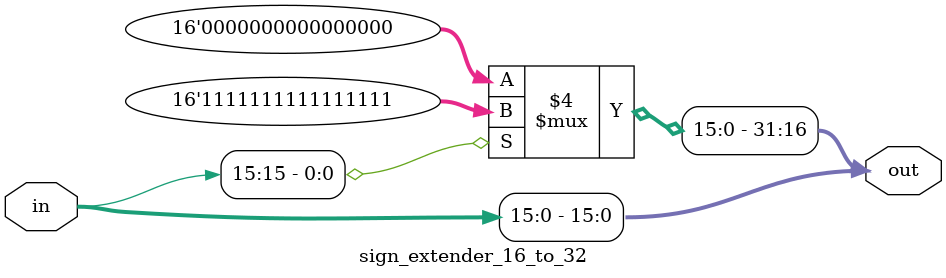
<source format=v>
module sign_extender_16_to_32
(
	input [15:0] in,
	output reg [31:0] out
);


always @ (*) begin

	out[15:0] = in[15:0];
	if (in[15] == 1'b1)
		out[31:16] = 16'b1111111111111111;
	else
		out[31:16] = 16'b0000000000000000;

end 

endmodule
</source>
